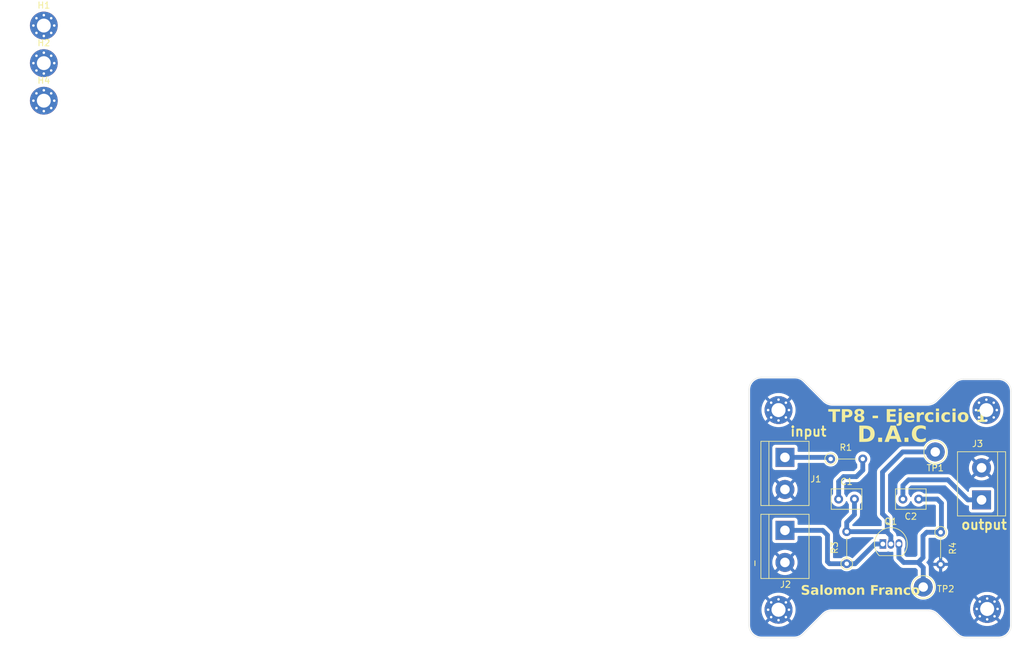
<source format=kicad_pcb>
(kicad_pcb (version 20241229) (generator "pcbnew") (generator_version "9.0")
  (layers (0 "F.Cu" signal) (2 "B.Cu" signal) (13 "F.Paste" user) (15 "B.Paste" user) (5 "F.SilkS" user "F.Silkscreen") (7 "B.SilkS" user "B.Silkscreen") (1 "F.Mask" user) (3 "B.Mask" user) (25 "Edge.Cuts" user))
  (net 0 "")
  (net 1 "Net-(C1-Pad1)")
  (net 2 "Net-(Q1-B)")
  (net 3 "Net-(Q1-E)")
  (net 4 "Net-(J3-Pin_1)")
  (net 5 "Net-(J1-Pin_1)")
  (net 6 "GND")
  (net 7 "VDD")
  (footprint "MountingHole:MountingHole_2.2mm_M2_Pad_Via" (layer "F.Cu") (at 151.638 63.373)
    (property "Reference" "H3" (hide yes))
    (property "Value" "MountingHole_Pad" (hide yes))
    (pad "1" thru_hole circle (at -1.65 0) (size 0.7 0.7) (drill 0.4) (layers "*.Cu" "*.Mask"))
    (pad "1" thru_hole circle (at -1.166726 -1.166726) (size 0.7 0.7) (drill 0.4) (layers "*.Cu" "*.Mask"))
    (pad "1" thru_hole circle (at -1.166726 1.166726) (size 0.7 0.7) (drill 0.4) (layers "*.Cu" "*.Mask"))
    (pad "1" thru_hole circle (at 0 -1.65) (size 0.7 0.7) (drill 0.4) (layers "*.Cu" "*.Mask"))
    (pad "1" thru_hole circle (at 0 0) (size 4.4 4.4) (drill 2.2) (layers "*.Cu" "*.Mask"))
    (pad "1" thru_hole circle (at 0 1.65) (size 0.7 0.7) (drill 0.4) (layers "*.Cu" "*.Mask"))
    (pad "1" thru_hole circle (at 1.166726 -1.166726) (size 0.7 0.7) (drill 0.4) (layers "*.Cu" "*.Mask"))
    (pad "1" thru_hole circle (at 1.166726 1.166726) (size 0.7 0.7) (drill 0.4) (layers "*.Cu" "*.Mask"))
    (pad "1" thru_hole circle (at 1.65 0) (size 0.7 0.7) (drill 0.4) (layers "*.Cu" "*.Mask"))
  )
  (footprint "Connector_Pin:Pin_D1.3mm_L11.0mm_LooseFit" (layer "F.Cu") (at 141.65 91.4)
    (property "Reference" "TP2" (at 3.55 0.3 0) (layer "F.SilkS"))
    (property "Value" "~")
    (fp_circle (center 0 0) (end 1.8 0.05) (stroke (width 0.12)) (fill no) (layer "F.SilkS"))
    (pad "1" thru_hole circle (at 0 0) (size 3 3) (drill 1.5) (layers "*.Cu" "*.Mask") (net 3 "Net-(Q1-E)"))
  )
  (footprint "MountingHole:MountingHole_2.2mm_M2_Pad_Via" (layer "F.Cu") (at 118.745 94.996)
    (property "Reference" "H3" (hide yes))
    (property "Value" "MountingHole_Pad" (hide yes))
    (pad "1" thru_hole circle (at -1.65 0) (size 0.7 0.7) (drill 0.4) (layers "*.Cu" "*.Mask") (net 6 "GND"))
    (pad "1" thru_hole circle (at -1.166726 -1.166726) (size 0.7 0.7) (drill 0.4) (layers "*.Cu" "*.Mask") (net 6 "GND"))
    (pad "1" thru_hole circle (at -1.166726 1.166726) (size 0.7 0.7) (drill 0.4) (layers "*.Cu" "*.Mask") (net 6 "GND"))
    (pad "1" thru_hole circle (at 0 -1.65) (size 0.7 0.7) (drill 0.4) (layers "*.Cu" "*.Mask") (net 6 "GND"))
    (pad "1" thru_hole circle (at 0 0) (size 4.4 4.4) (drill 2.2) (layers "*.Cu" "*.Mask") (net 6 "GND"))
    (pad "1" thru_hole circle (at 0 1.65) (size 0.7 0.7) (drill 0.4) (layers "*.Cu" "*.Mask") (net 6 "GND"))
    (pad "1" thru_hole circle (at 1.166726 -1.166726) (size 0.7 0.7) (drill 0.4) (layers "*.Cu" "*.Mask") (net 6 "GND"))
    (pad "1" thru_hole circle (at 1.166726 1.166726) (size 0.7 0.7) (drill 0.4) (layers "*.Cu" "*.Mask") (net 6 "GND"))
    (pad "1" thru_hole circle (at 1.65 0) (size 0.7 0.7) (drill 0.4) (layers "*.Cu" "*.Mask") (net 6 "GND"))
  )
  (footprint "Package_TO_SOT_THT:TO-92_Inline" (layer "F.Cu") (at 135.255 84.582)
    (property "Reference" "Q1" (at 1.27 -3.56 0) (layer "F.SilkS"))
    (property "Value" "BC548")
    (fp_line (start -0.53 1.85) (end 3.07 1.85) (stroke (width 0.12)) (layer "F.SilkS"))
    (fp_arc (start -0.568478 1.838478) (mid -1.132087 -0.994977) (end 1.27 -2.6) (stroke (width 0.12)) (layer "F.SilkS"))
    (fp_arc (start 1.27 -2.6) (mid 3.672087 -0.994977) (end 3.108478 1.838478) (stroke (width 0.12)) (layer "F.SilkS"))
    (pad "1" thru_hole rect (at 0 0) (size 1.05 1.5) (drill 0.75) (layers "*.Cu" "*.Mask") (net 7 "VDD"))
    (pad "2" thru_hole oval (at 1.27 0) (size 1.05 1.5) (drill 0.75) (layers "*.Cu" "*.Mask") (net 2 "Net-(Q1-B)"))
    (pad "3" thru_hole oval (at 2.54 0) (size 1.05 1.5) (drill 0.75) (layers "*.Cu" "*.Mask") (net 3 "Net-(Q1-E)"))
  )
  (footprint "" (layer "F.Cu") (at 118.745 63.373)
    (property "Reference" "" (at 0 0 0) (layer "F.SilkS") (effects (font (size 1.27 1.27))))
    (property "Value" "")
    (pad "1" thru_hole circle (at 0 0) (size 4.4 4.4) (drill 2.2) (layers "*.Cu" "*.Mask") (net 6 "GND"))
  )
  (footprint "Connector_Pin:Pin_D1.3mm_L11.0mm_LooseFit" (layer "F.Cu") (at 143.55 70)
    (property "Reference" "TP1" (at 0 2.55 0) (layer "F.SilkS"))
    (property "Value" "TestPoint_Alt" (hide yes))
    (fp_circle (center 0 0) (end 1.8 0.05) (stroke (width 0.12)) (fill no) (layer "F.SilkS"))
    (pad "1" thru_hole circle (at 0 0) (size 3 3) (drill 1.5) (layers "*.Cu" "*.Mask") (net 2 "Net-(Q1-B)"))
  )
  (footprint "MountingHole:MountingHole_2.2mm_M2_Pad_Via" (layer "F.Cu") (at 151.765 94.869)
    (property "Reference" "H3" (hide yes))
    (property "Value" "MountingHole_Pad" (hide yes))
    (pad "1" thru_hole circle (at -1.65 0) (size 0.7 0.7) (drill 0.4) (layers "*.Cu" "*.Mask") (net 6 "GND"))
    (pad "1" thru_hole circle (at -1.166726 -1.166726) (size 0.7 0.7) (drill 0.4) (layers "*.Cu" "*.Mask") (net 6 "GND"))
    (pad "1" thru_hole circle (at -1.166726 1.166726) (size 0.7 0.7) (drill 0.4) (layers "*.Cu" "*.Mask") (net 6 "GND"))
    (pad "1" thru_hole circle (at 0 -1.65) (size 0.7 0.7) (drill 0.4) (layers "*.Cu" "*.Mask") (net 6 "GND"))
    (pad "1" thru_hole circle (at 0 0) (size 4.4 4.4) (drill 2.2) (layers "*.Cu" "*.Mask") (net 6 "GND"))
    (pad "1" thru_hole circle (at 0 1.65) (size 0.7 0.7) (drill 0.4) (layers "*.Cu" "*.Mask") (net 6 "GND"))
    (pad "1" thru_hole circle (at 1.166726 -1.166726) (size 0.7 0.7) (drill 0.4) (layers "*.Cu" "*.Mask") (net 6 "GND"))
    (pad "1" thru_hole circle (at 1.166726 1.166726) (size 0.7 0.7) (drill 0.4) (layers "*.Cu" "*.Mask") (net 6 "GND"))
    (pad "1" thru_hole circle (at 1.65 0) (size 0.7 0.7) (drill 0.4) (layers "*.Cu" "*.Mask") (net 6 "GND"))
  )
  (footprint "Capacitor_THT:C_Rect_L4.6mm_W3.0mm_P2.50mm_MKS02_FKP02" (layer "F.Cu") (at 140.93 77.47 180)
    (property "Reference" "C2" (at 1.25 -2.75 0) (layer "F.SilkS"))
    (property "Value" "C")
    (fp_line (start 3.67 -1.62) (end 3.67 1.62) (stroke (width 0.12)) (layer "F.SilkS"))
    (fp_line (start -1.17 1.62) (end 3.67 1.62) (stroke (width 0.12)) (layer "F.SilkS"))
    (fp_line (start -1.17 -1.62) (end 3.67 -1.62) (stroke (width 0.12)) (layer "F.SilkS"))
    (fp_line (start -1.17 -1.62) (end -1.17 1.62) (stroke (width 0.12)) (layer "F.SilkS"))
    (pad "1" thru_hole circle (at 0 0 180) (size 1.4 1.4) (drill 0.7) (layers "*.Cu" "*.Mask") (net 3 "Net-(Q1-E)"))
    (pad "2" thru_hole circle (at 2.5 0 180) (size 1.4 1.4) (drill 0.7) (layers "*.Cu" "*.Mask") (net 4 "Net-(J3-Pin_1)"))
  )
  (footprint "TerminalBlock:TerminalBlock_bornier-2_P5.08mm" (layer "F.Cu") (at 150.876 77.597 90)
    (property "Reference" "J3" (at 8.89 -0.635 0) (layer "F.SilkS"))
    (property "Value" "output_signal" (hide yes))
    (fp_line (start 7.62 -3.81) (end -2.54 -3.81) (stroke (width 0.12)) (layer "F.SilkS"))
    (fp_line (start -2.54 -3.81) (end -2.54 3.81) (stroke (width 0.12)) (layer "F.SilkS"))
    (fp_line (start 7.62 2.54) (end -2.54 2.54) (stroke (width 0.12)) (layer "F.SilkS"))
    (fp_line (start 7.62 3.81) (end 7.62 -3.81) (stroke (width 0.12)) (layer "F.SilkS"))
    (fp_line (start -2.54 3.81) (end 7.62 3.81) (stroke (width 0.12)) (layer "F.SilkS"))
    (pad "1" thru_hole rect (at 0 0 90) (size 3 3) (drill 1.52) (layers "*.Cu" "*.Mask") (net 4 "Net-(J3-Pin_1)"))
    (pad "2" thru_hole circle (at 5.08 0 90) (size 3 3) (drill 1.52) (layers "*.Cu" "*.Mask") (net 6 "GND"))
  )
  (footprint "MountingHole:MountingHole_2.2mm_M2_Pad_Via" (layer "F.Cu") (at 2.475 2.475)
    (property "Reference" "H1" (at 0 -3.2 0) (layer "F.SilkS"))
    (property "Value" "MountingHole_Pad")
    (pad "1" thru_hole circle (at -1.65 0) (size 0.7 0.7) (drill 0.4) (layers "*.Cu" "*.Mask"))
    (pad "1" thru_hole circle (at -1.166726 -1.166726) (size 0.7 0.7) (drill 0.4) (layers "*.Cu" "*.Mask"))
    (pad "1" thru_hole circle (at -1.166726 1.166726) (size 0.7 0.7) (drill 0.4) (layers "*.Cu" "*.Mask"))
    (pad "1" thru_hole circle (at 0 -1.65) (size 0.7 0.7) (drill 0.4) (layers "*.Cu" "*.Mask"))
    (pad "1" thru_hole circle (at 0 0) (size 4.4 4.4) (drill 2.2) (layers "*.Cu" "*.Mask"))
    (pad "1" thru_hole circle (at 0 1.65) (size 0.7 0.7) (drill 0.4) (layers "*.Cu" "*.Mask"))
    (pad "1" thru_hole circle (at 1.166726 -1.166726) (size 0.7 0.7) (drill 0.4) (layers "*.Cu" "*.Mask"))
    (pad "1" thru_hole circle (at 1.166726 1.166726) (size 0.7 0.7) (drill 0.4) (layers "*.Cu" "*.Mask"))
    (pad "1" thru_hole circle (at 1.65 0) (size 0.7 0.7) (drill 0.4) (layers "*.Cu" "*.Mask"))
  )
  (footprint "TerminalBlock:TerminalBlock_bornier-2_P5.08mm" (layer "F.Cu") (at 119.761 82.423 -90)
    (property "Reference" "J2" (at 8.577 -0.089 0) (layer "F.SilkS"))
    (property "Value" "alimentacion" (hide yes))
    (fp_line (start -2.54 3.81) (end 7.62 3.81) (stroke (width 0.12)) (layer "F.SilkS"))
    (fp_line (start 7.62 3.81) (end 7.62 -3.81) (stroke (width 0.12)) (layer "F.SilkS"))
    (fp_line (start 7.62 2.54) (end -2.54 2.54) (stroke (width 0.12)) (layer "F.SilkS"))
    (fp_line (start -2.54 -3.81) (end -2.54 3.81) (stroke (width 0.12)) (layer "F.SilkS"))
    (fp_line (start 7.62 -3.81) (end -2.54 -3.81) (stroke (width 0.12)) (layer "F.SilkS"))
    (pad "1" thru_hole rect (at 0 0 270) (size 3 3) (drill 1.52) (layers "*.Cu" "*.Mask") (net 7 "VDD"))
    (pad "2" thru_hole circle (at 5.08 0 270) (size 3 3) (drill 1.52) (layers "*.Cu" "*.Mask") (net 6 "GND"))
  )
  (footprint "Resistor_THT:R_Axial_DIN0204_L3.6mm_D1.6mm_P5.08mm_Vertical" (layer "F.Cu") (at 129.54 87.707 90)
    (property "Reference" "R3" (at 2.54 -1.92 90) (layer "F.SilkS"))
    (property "Value" "RB")
    (fp_line (start 0.92 0) (end 4.08 0) (stroke (width 0.12)) (layer "F.SilkS"))
    (fp_circle (center 0 0) (end 0.92 0) (stroke (width 0.12)) (fill no) (layer "F.SilkS"))
    (pad "1" thru_hole circle (at 0 0 90) (size 1.4 1.4) (drill 0.7) (layers "*.Cu" "*.Mask") (net 7 "VDD"))
    (pad "2" thru_hole oval (at 5.08 0 90) (size 1.4 1.4) (drill 0.7) (layers "*.Cu" "*.Mask") (net 2 "Net-(Q1-B)"))
  )
  (footprint "Capacitor_THT:C_Rect_L4.6mm_W3.0mm_P2.50mm_MKS02_FKP02" (layer "F.Cu") (at 128.26 77.47)
    (property "Reference" "C1" (at 1.25 -2.75 0) (layer "F.SilkS"))
    (property "Value" "C")
    (fp_line (start -1.17 -1.62) (end -1.17 1.62) (stroke (width 0.12)) (layer "F.SilkS"))
    (fp_line (start -1.17 -1.62) (end 3.67 -1.62) (stroke (width 0.12)) (layer "F.SilkS"))
    (fp_line (start -1.17 1.62) (end 3.67 1.62) (stroke (width 0.12)) (layer "F.SilkS"))
    (fp_line (start 3.67 -1.62) (end 3.67 1.62) (stroke (width 0.12)) (layer "F.SilkS"))
    (pad "1" thru_hole circle (at 0 0) (size 1.4 1.4) (drill 0.7) (layers "*.Cu" "*.Mask") (net 1 "Net-(C1-Pad1)"))
    (pad "2" thru_hole circle (at 2.5 0) (size 1.4 1.4) (drill 0.7) (layers "*.Cu" "*.Mask") (net 2 "Net-(Q1-B)"))
  )
  (footprint "" (layer "F.Cu") (at 151.765 94.869)
    (property "Reference" "" (at 0 0 0) (layer "F.SilkS") (effects (font (size 1.27 1.27))))
    (property "Value" "")
    (pad "1" thru_hole circle (at 0 0) (size 4.4 4.4) (drill 2.2) (layers "*.Cu" "*.Mask") (net 6 "GND"))
  )
  (footprint "Resistor_THT:R_Axial_DIN0204_L3.6mm_D1.6mm_P5.08mm_Vertical" (layer "F.Cu") (at 144.399 82.727 -90)
    (property "Reference" "R4" (at 2.54 -1.92 90) (layer "F.SilkS"))
    (property "Value" "RE")
    (fp_line (start 0.92 0) (end 4.08 0) (stroke (width 0.12)) (layer "F.SilkS"))
    (fp_circle (center 0 0) (end 0.92 0) (stroke (width 0.12)) (fill no) (layer "F.SilkS"))
    (pad "1" thru_hole circle (at 0 0 270) (size 1.4 1.4) (drill 0.7) (layers "*.Cu" "*.Mask") (net 3 "Net-(Q1-E)"))
    (pad "2" thru_hole oval (at 5.08 0 270) (size 1.4 1.4) (drill 0.7) (layers "*.Cu" "*.Mask") (net 6 "GND"))
  )
  (footprint "TerminalBlock:TerminalBlock_bornier-2_P5.08mm" (layer "F.Cu") (at 119.761 70.866 -90)
    (property "Reference" "J1" (at 3.434 -4.889 0) (layer "F.SilkS"))
    (property "Value" "Input_signal" (hide yes))
    (fp_line (start -2.54 3.81) (end 7.62 3.81) (stroke (width 0.12)) (layer "F.SilkS"))
    (fp_line (start 7.62 3.81) (end 7.62 -3.81) (stroke (width 0.12)) (layer "F.SilkS"))
    (fp_line (start 7.62 2.54) (end -2.54 2.54) (stroke (width 0.12)) (layer "F.SilkS"))
    (fp_line (start -2.54 -3.81) (end -2.54 3.81) (stroke (width 0.12)) (layer "F.SilkS"))
    (fp_line (start 7.62 -3.81) (end -2.54 -3.81) (stroke (width 0.12)) (layer "F.SilkS"))
    (pad "1" thru_hole rect (at 0 0 270) (size 3 3) (drill 1.52) (layers "*.Cu" "*.Mask") (net 5 "Net-(J1-Pin_1)"))
    (pad "2" thru_hole circle (at 5.08 0 270) (size 3 3) (drill 1.52) (layers "*.Cu" "*.Mask") (net 6 "GND"))
  )
  (footprint "MountingHole:MountingHole_2.2mm_M2_Pad_Via" (layer "F.Cu") (at 2.475 14.375)
    (property "Reference" "H4" (at 0 -3.2 0) (layer "F.SilkS"))
    (property "Value" "MountingHole_Pad")
    (pad "1" thru_hole circle (at -1.65 0) (size 0.7 0.7) (drill 0.4) (layers "*.Cu" "*.Mask"))
    (pad "1" thru_hole circle (at -1.166726 -1.166726) (size 0.7 0.7) (drill 0.4) (layers "*.Cu" "*.Mask"))
    (pad "1" thru_hole circle (at -1.166726 1.166726) (size 0.7 0.7) (drill 0.4) (layers "*.Cu" "*.Mask"))
    (pad "1" thru_hole circle (at 0 -1.65) (size 0.7 0.7) (drill 0.4) (layers "*.Cu" "*.Mask"))
    (pad "1" thru_hole circle (at 0 0) (size 4.4 4.4) (drill 2.2) (layers "*.Cu" "*.Mask"))
    (pad "1" thru_hole circle (at 0 1.65) (size 0.7 0.7) (drill 0.4) (layers "*.Cu" "*.Mask"))
    (pad "1" thru_hole circle (at 1.166726 -1.166726) (size 0.7 0.7) (drill 0.4) (layers "*.Cu" "*.Mask"))
    (pad "1" thru_hole circle (at 1.166726 1.166726) (size 0.7 0.7) (drill 0.4) (layers "*.Cu" "*.Mask"))
    (pad "1" thru_hole circle (at 1.65 0) (size 0.7 0.7) (drill 0.4) (layers "*.Cu" "*.Mask"))
  )
  (footprint "MountingHole:MountingHole_2.2mm_M2_Pad_Via" (layer "F.Cu") (at 2.475 8.425)
    (property "Reference" "H2" (at 0 -3.2 0) (layer "F.SilkS"))
    (property "Value" "MountingHole_Pad")
    (pad "1" thru_hole circle (at -1.65 0) (size 0.7 0.7) (drill 0.4) (layers "*.Cu" "*.Mask"))
    (pad "1" thru_hole circle (at -1.166726 -1.166726) (size 0.7 0.7) (drill 0.4) (layers "*.Cu" "*.Mask"))
    (pad "1" thru_hole circle (at -1.166726 1.166726) (size 0.7 0.7) (drill 0.4) (layers "*.Cu" "*.Mask"))
    (pad "1" thru_hole circle (at 0 -1.65) (size 0.7 0.7) (drill 0.4) (layers "*.Cu" "*.Mask"))
    (pad "1" thru_hole circle (at 0 0) (size 4.4 4.4) (drill 2.2) (layers "*.Cu" "*.Mask"))
    (pad "1" thru_hole circle (at 0 1.65) (size 0.7 0.7) (drill 0.4) (layers "*.Cu" "*.Mask"))
    (pad "1" thru_hole circle (at 1.166726 -1.166726) (size 0.7 0.7) (drill 0.4) (layers "*.Cu" "*.Mask"))
    (pad "1" thru_hole circle (at 1.166726 1.166726) (size 0.7 0.7) (drill 0.4) (layers "*.Cu" "*.Mask"))
    (pad "1" thru_hole circle (at 1.65 0) (size 0.7 0.7) (drill 0.4) (layers "*.Cu" "*.Mask"))
  )
  (footprint "" (layer "F.Cu") (at 118.745 94.996)
    (property "Reference" "" (at 0 0 0) (layer "F.SilkS") (effects (font (size 1.27 1.27))))
    (property "Value" "")
    (pad "1" thru_hole circle (at 0 0) (size 4.4 4.4) (drill 2.2) (layers "*.Cu" "*.Mask") (net 6 "GND"))
  )
  (footprint "Resistor_THT:R_Axial_DIN0204_L3.6mm_D1.6mm_P5.08mm_Vertical" (layer "F.Cu") (at 127 71.12)
    (property "Reference" "R1" (at 2.4 -1.82 0) (layer "F.SilkS"))
    (property "Value" "Rs")
    (fp_line (start 0.92 0) (end 4.08 0) (stroke (width 0.12)) (layer "F.SilkS"))
    (fp_circle (center 0 0) (end 0.92 0) (stroke (width 0.12)) (fill no) (layer "F.SilkS"))
    (pad "1" thru_hole circle (at 0 0) (size 1.4 1.4) (drill 0.7) (layers "*.Cu" "*.Mask") (net 5 "Net-(J1-Pin_1)"))
    (pad "2" thru_hole oval (at 5.08 0) (size 1.4 1.4) (drill 0.7) (layers "*.Cu" "*.Mask") (net 1 "Net-(C1-Pad1)"))
  )
  (footprint "MountingHole:MountingHole_2.2mm_M2_Pad_Via" (layer "F.Cu") (at 118.745 63.373)
    (property "Reference" "H3" (hide yes))
    (property "Value" "MountingHole_Pad" (hide yes))
    (pad "1" thru_hole circle (at -1.65 0) (size 0.7 0.7) (drill 0.4) (layers "*.Cu" "*.Mask") (net 6 "GND"))
    (pad "1" thru_hole circle (at -1.166726 -1.166726) (size 0.7 0.7) (drill 0.4) (layers "*.Cu" "*.Mask") (net 6 "GND"))
    (pad "1" thru_hole circle (at -1.166726 1.166726) (size 0.7 0.7) (drill 0.4) (layers "*.Cu" "*.Mask") (net 6 "GND"))
    (pad "1" thru_hole circle (at 0 -1.65) (size 0.7 0.7) (drill 0.4) (layers "*.Cu" "*.Mask") (net 6 "GND"))
    (pad "1" thru_hole circle (at 0 0) (size 4.4 4.4) (drill 2.2) (layers "*.Cu" "*.Mask") (net 6 "GND"))
    (pad "1" thru_hole circle (at 0 1.65) (size 0.7 0.7) (drill 0.4) (layers "*.Cu" "*.Mask") (net 6 "GND"))
    (pad "1" thru_hole circle (at 1.166726 -1.166726) (size 0.7 0.7) (drill 0.4) (layers "*.Cu" "*.Mask") (net 6 "GND"))
    (pad "1" thru_hole circle (at 1.166726 1.166726) (size 0.7 0.7) (drill 0.4) (layers "*.Cu" "*.Mask") (net 6 "GND"))
    (pad "1" thru_hole circle (at 1.65 0) (size 0.7 0.7) (drill 0.4) (layers "*.Cu" "*.Mask") (net 6 "GND"))
  )
  (gr_line (start 152.492573 99.441) (end 153.575 99.441) (stroke (width 0.05)) (layer "Edge.Cuts"))
  (gr_line (start 143.841787 95.708787) (end 146.988214 98.855214) (stroke (width 0.05)) (layer "Edge.Cuts"))
  (gr_arc (start 114.046 60.166) (mid 114.631786 58.751786) (end 116.046 58.166) (stroke (width 0.05)) (layer "Edge.Cuts"))
  (gr_line (start 125.906213 61.898213) (end 122.759786 58.751786) (stroke (width 0.05)) (layer "Edge.Cuts"))
  (gr_line (start 155.575 97.441) (end 155.575 60.42) (stroke (width 0.05)) (layer "Edge.Cuts"))
  (gr_arc (start 125.779214 95.708786) (mid 126.428062 95.27525) (end 127.193427 95.123) (stroke (width 0.05)) (layer "Edge.Cuts"))
  (gr_line (start 114.046 97.441) (end 114.046 60.166) (stroke (width 0.05)) (layer "Edge.Cuts"))
  (gr_arc (start 142.427573 95.123) (mid 143.192946 95.275232) (end 143.841787 95.708787) (stroke (width 0.05)) (layer "Edge.Cuts"))
  (gr_arc (start 116.046 99.441) (mid 114.631786 98.855214) (end 114.046 97.441) (stroke (width 0.05)) (layer "Edge.Cuts"))
  (gr_arc (start 122.632787 98.855213) (mid 121.983939 99.28875) (end 121.218573 99.441) (stroke (width 0.05)) (layer "Edge.Cuts"))
  (gr_arc (start 143.714787 61.898213) (mid 143.065939 62.33175) (end 142.300573 62.484) (stroke (width 0.05)) (layer "Edge.Cuts"))
  (gr_arc (start 155.575 97.441) (mid 154.989214 98.855214) (end 153.575 99.441) (stroke (width 0.05)) (layer "Edge.Cuts"))
  (gr_arc (start 146.607214 59.005786) (mid 147.256062 58.57225) (end 148.021427 58.42) (stroke (width 0.05)) (layer "Edge.Cuts"))
  (gr_line (start 153.575 58.42) (end 152.813 58.42) (stroke (width 0.05)) (layer "Edge.Cuts"))
  (gr_line (start 122.632787 98.855213) (end 125.779214 95.708786) (stroke (width 0.05)) (layer "Edge.Cuts"))
  (gr_line (start 127.320427 62.484) (end 142.300573 62.484) (stroke (width 0.05)) (layer "Edge.Cuts"))
  (gr_line (start 150.241 58.42) (end 148.021427 58.42) (stroke (width 0.05)) (layer "Edge.Cuts"))
  (gr_arc (start 121.345573 58.166) (mid 122.110945 58.318232) (end 122.759786 58.751786) (stroke (width 0.05)) (layer "Edge.Cuts"))
  (gr_arc (start 127.320427 62.484) (mid 126.555054 62.331768) (end 125.906213 61.898213) (stroke (width 0.05)) (layer "Edge.Cuts"))
  (gr_line (start 148.402427 99.441) (end 152.492573 99.441) (stroke (width 0.05)) (layer "Edge.Cuts"))
  (gr_line (start 143.714787 61.898213) (end 146.607214 59.005786) (stroke (width 0.05)) (layer "Edge.Cuts"))
  (gr_arc (start 153.575 58.42) (mid 154.989214 59.005786) (end 155.575 60.42) (stroke (width 0.05)) (layer "Edge.Cuts"))
  (gr_line (start 152.813 58.42) (end 150.241 58.42) (stroke (width 0.05)) (layer "Edge.Cuts"))
  (gr_line (start 116.046 58.166) (end 121.3456 58.166) (stroke (width 0.05)) (layer "Edge.Cuts"))
  (gr_line (start 127.193427 95.123) (end 142.427573 95.123) (stroke (width 0.05)) (layer "Edge.Cuts"))
  (gr_arc (start 148.402427 99.441) (mid 147.637055 99.288768) (end 146.988214 98.855214) (stroke (width 0.05)) (layer "Edge.Cuts"))
  (gr_line (start 121.227881 99.441) (end 116.046 99.441) (stroke (width 0.05)) (layer "Edge.Cuts"))
  (gr_text "TP8 - Ejercicio 1" (at 126.6 65.6 0) (layer "F.SilkS") (effects (font (size 2 2) (thickness 0.3) (bold yes)) (justify left bottom)))
  (gr_text "D.A.C" (at 131.2 68.85 0) (layer "F.SilkS") (effects (font (size 2.54 2.54) (thickness 0.3) (bold yes)) (justify left bottom)))
  (gr_text "Salomon Franco" (at 131.7 92 0) (layer "F.SilkS") (effects (font (size 1.5 1.5) (thickness 0.3) (bold yes))))
  (gr_text "input\n" (at 120.45 67.65 0) (layer "F.SilkS") (effects (font (size 1.5 1.5) (thickness 0.3) (bold yes)) (justify left bottom)))
  (gr_text "output\n" (at 147.5 82.4 0) (layer "F.SilkS") (effects (font (size 1.5 1.5) (thickness 0.3) (bold yes)) (justify left bottom)))
  (gr_text "-\n" (at 114.935 87.63 90) (layer "F.SilkS") (effects (font (size 1 1))))
  (segment (start 129.032 73.914) (end 128.26 74.686) (width 0.762) (layer "B.Cu") (net 1))
  (segment (start 132.08 71.12) (end 132.08 72.898) (width 0.762) (layer "B.Cu") (net 1))
  (segment (start 128.26 74.686) (end 128.26 77.47) (width 0.762) (layer "B.Cu") (net 1))
  (segment (start 131.064 73.914) (end 129.032 73.914) (width 0.762) (layer "B.Cu") (net 1))
  (segment (start 132.08 72.898) (end 131.064 73.914) (width 0.762) (layer "B.Cu") (net 1))
  (segment (start 129.54 81.153) (end 129.54 82.627) (width 0.762) (layer "B.Cu") (net 2))
  (segment (start 135.2 73.2) (end 135.2 79.8) (width 0.762) (layer "B.Cu") (net 2))
  (segment (start 135.95 80.55) (end 135.95 82.517) (width 0.762) (layer "B.Cu") (net 2))
  (segment (start 138.4 70) (end 135.2 73.2) (width 0.762) (layer "B.Cu") (net 2))
  (segment (start 135.84 82.627) (end 136.525 83.312) (width 0.762) (layer "B.Cu") (net 2))
  (segment (start 135.2 79.8) (end 135.95 80.55) (width 0.762) (layer "B.Cu") (net 2))
  (segment (start 129.54 82.627) (end 135.84 82.627) (width 0.762) (layer "B.Cu") (net 2))
  (segment (start 130.76 79.933) (end 129.54 81.153) (width 0.762) (layer "B.Cu") (net 2))
  (segment (start 143.55 70) (end 138.4 70) (width 0.762) (layer "B.Cu") (net 2))
  (segment (start 135.95 82.517) (end 135.84 82.627) (width 0.762) (layer "B.Cu") (net 2))
  (segment (start 136.525 83.312) (end 136.525 84.582) (width 0.762) (layer "B.Cu") (net 2))
  (segment (start 130.76 77.47) (end 130.76 79.933) (width 0.762) (layer "B.Cu") (net 2))
  (segment (start 142.19 82.727) (end 144.399 82.727) (width 0.762) (layer "B.Cu") (net 3))
  (segment (start 140.93 77.47) (end 143.864 77.47) (width 0.762) (layer "B.Cu") (net 3))
  (segment (start 141.65 91.4) (end 141.65 88.31) (width 0.762) (layer "B.Cu") (net 3))
  (segment (start 141.65 88.31) (end 140.843 87.503) (width 0.762) (layer "B.Cu") (net 3))
  (segment (start 143.864 77.47) (end 144.526 78.132) (width 0.762) (layer "B.Cu") (net 3))
  (segment (start 141.605 83.312) (end 142.19 82.727) (width 0.762) (layer "B.Cu") (net 3))
  (segment (start 140.843 87.503) (end 141.605 86.741) (width 0.762) (layer "B.Cu") (net 3))
  (segment (start 137.795 86.741) (end 138.557 87.503) (width 0.762) (layer "B.Cu") (net 3))
  (segment (start 137.795 84.582) (end 137.795 86.741) (width 0.762) (layer "B.Cu") (net 3))
  (segment (start 144.526 82.6) (end 144.399 82.727) (width 0.762) (layer "B.Cu") (net 3))
  (segment (start 138.557 87.503) (end 140.843 87.503) (width 0.762) (layer "B.Cu") (net 3))
  (segment (start 141.605 86.741) (end 141.605 83.312) (width 0.762) (layer "B.Cu") (net 3))
  (segment (start 144.526 78.132) (end 144.526 82.6) (width 0.762) (layer "B.Cu") (net 3))
  (segment (start 138.43 77.47) (end 138.43 75.311) (width 0.762) (layer "B.Cu") (net 4))
  (segment (start 139.319 74.422) (end 145.542 74.422) (width 0.762) (layer "B.Cu") (net 4))
  (segment (start 138.43 75.311) (end 139.319 74.422) (width 0.762) (layer "B.Cu") (net 4))
  (segment (start 148.717 77.597) (end 150.876 77.597) (width 0.762) (layer "B.Cu") (net 4))
  (segment (start 145.542 74.422) (end 148.717 77.597) (width 0.762) (layer "B.Cu") (net 4))
  (segment (start 119.761 70.866) (end 126.746 70.866) (width 0.762) (layer "B.Cu") (net 5))
  (segment (start 126.746 70.866) (end 127 71.12) (width 0.762) (layer "B.Cu") (net 5))
  (segment (start 144.399 87.453) (end 144.349 87.503) (width 0.2) (layer "B.Cu") (net 6))
  (segment (start 130.86 87.707) (end 133.985 84.582) (width 0.762) (layer "B.Cu") (net 7))
  (segment (start 129.54 87.707) (end 130.86 87.707) (width 0.762) (layer "B.Cu") (net 7))
  (segment (start 119.761 82.423) (end 125.73 82.423) (width 0.762) (layer "B.Cu") (net 7))
  (segment (start 126.492 83.185) (end 126.492 87.376) (width 0.762) (layer "B.Cu") (net 7))
  (segment (start 126.823 87.707) (end 129.54 87.707) (width 0.762) (layer "B.Cu") (net 7))
  (segment (start 126.492 87.376) (end 126.823 87.707) (width 0.762) (layer "B.Cu") (net 7))
  (segment (start 133.985 84.582) (end 135.255 84.582) (width 0.762) (layer "B.Cu") (net 7))
  (segment (start 125.73 82.423) (end 126.492 83.185) (width 0.762) (layer "B.Cu") (net 7))
  (zone (net 6) (net_name "GND") (layer "B.Cu") (connect_pads (clearance 0.5)) (min_thickness 0.25) (fill yes (thermal_gap 0.5) (thermal_bridge_width 0.5))
    (polygon (pts (xy 157.607 58.293) (xy 155.321 56.007) (xy 110.744 56.007) (xy 109.728 57.023) (xy 109.728 98.171) (xy 112.649 101.092) (xy 156.337 101.092) (xy 157.607 99.822)))
  )
)
</source>
